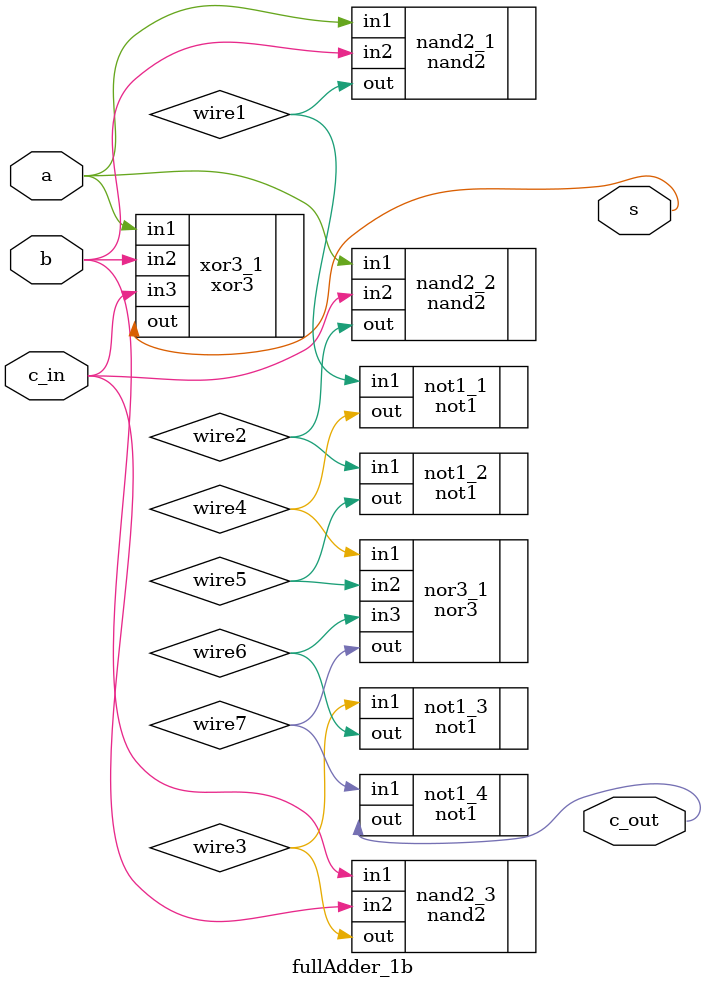
<source format=v>
/*
    	CS/ECE 552 FALL '22
    	Homework #2, Problem 1
    
    	a 1-bit full adder
*/
module fullAdder_1b(s, c_out, a, b, c_in);
	output wire s;
	output wire c_out;
	input  wire a, b;
	input  wire c_in;

	// YOUR CODE HERE
	wire wire1, wire2, wire3, wire4, wire5, wire6, wire7;

	xor3 xor3_1(.out(s), .in1(a), .in2(b), .in3(c_in));
	

	nand2 nand2_1(.out(wire1), .in1(a), .in2(b));
	nand2 nand2_2(.out(wire2), .in1(a), .in2(c_in));
	nand2 nand2_3(.out(wire3), .in1(b), .in2(c_in));

	not1 not1_1(.out(wire4), .in1(wire1));
	not1 not1_2(.out(wire5), .in1(wire2));
	not1 not1_3(.out(wire6), .in1(wire3));

	nor3 nor3_1(.out(wire7), .in1(wire4), .in2(wire5), .in3(wire6));
	
	not1 not1_4(.out(c_out), .in1(wire7));
endmodule

</source>
